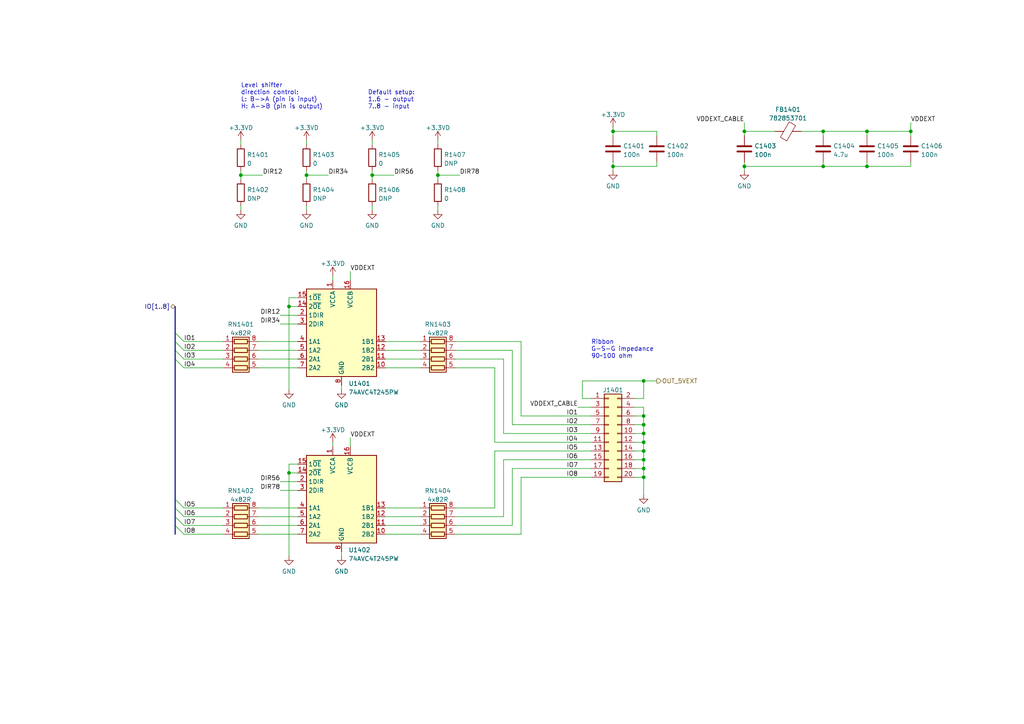
<source format=kicad_sch>
(kicad_sch (version 20211123) (generator eeschema)
  (paper "A4")
  (lib_symbols
    (symbol "Connector_Generic:Conn_02x10_Odd_Even" (pin_names (offset 1.016) hide)
      (property "Reference" "J" (at 1.27 12.7 0))
      (property "Value" "Conn_02x10_Odd_Even" (at 1.27 -15.24 0))
      (symbol "Conn_02x10_Odd_Even_1_1"
        (rectangle (start -1.27 -12.573) (end 0 -12.827) (stroke (width 0.1524)))
        (rectangle (start -1.27 -10.033) (end 0 -10.287) (stroke (width 0.1524)))
        (rectangle (start -1.27 -7.493) (end 0 -7.747) (stroke (width 0.1524)))
        (rectangle (start -1.27 -4.953) (end 0 -5.207) (stroke (width 0.1524)))
        (rectangle (start -1.27 -2.413) (end 0 -2.667) (stroke (width 0.1524)))
        (rectangle (start -1.27 0.127) (end 0 -0.127) (stroke (width 0.1524)))
        (rectangle (start -1.27 2.667) (end 0 2.413) (stroke (width 0.1524)))
        (rectangle (start -1.27 5.207) (end 0 4.953) (stroke (width 0.1524)))
        (rectangle (start -1.27 7.747) (end 0 7.493) (stroke (width 0.1524)))
        (rectangle (start -1.27 10.287) (end 0 10.033) (stroke (width 0.1524)))
        (rectangle (start -1.27 11.43) (end 3.81 -13.97) (stroke (width 0.254)) (fill (type background)))
        (rectangle (start 3.81 -12.573) (end 2.54 -12.827) (stroke (width 0.1524)))
        (rectangle (start 3.81 -10.033) (end 2.54 -10.287) (stroke (width 0.1524)))
        (rectangle (start 3.81 -7.493) (end 2.54 -7.747) (stroke (width 0.1524)))
        (rectangle (start 3.81 -4.953) (end 2.54 -5.207) (stroke (width 0.1524)))
        (rectangle (start 3.81 -2.413) (end 2.54 -2.667) (stroke (width 0.1524)))
        (rectangle (start 3.81 0.127) (end 2.54 -0.127) (stroke (width 0.1524)))
        (rectangle (start 3.81 2.667) (end 2.54 2.413) (stroke (width 0.1524)))
        (rectangle (start 3.81 5.207) (end 2.54 4.953) (stroke (width 0.1524)))
        (rectangle (start 3.81 7.747) (end 2.54 7.493) (stroke (width 0.1524)))
        (rectangle (start 3.81 10.287) (end 2.54 10.033) (stroke (width 0.1524)))
        (pin passive line (at -5.08 10.16 0) (length 3.81) (name "Pin_1") (number "1"))
        (pin passive line (at 7.62 0 180) (length 3.81) (name "Pin_10") (number "10"))
        (pin passive line (at -5.08 -2.54 0) (length 3.81) (name "Pin_11") (number "11"))
        (pin passive line (at 7.62 -2.54 180) (length 3.81) (name "Pin_12") (number "12"))
        (pin passive line (at -5.08 -5.08 0) (length 3.81) (name "Pin_13") (number "13"))
        (pin passive line (at 7.62 -5.08 180) (length 3.81) (name "Pin_14") (number "14"))
        (pin passive line (at -5.08 -7.62 0) (length 3.81) (name "Pin_15") (number "15"))
        (pin passive line (at 7.62 -7.62 180) (length 3.81) (name "Pin_16") (number "16"))
        (pin passive line (at -5.08 -10.16 0) (length 3.81) (name "Pin_17") (number "17"))
        (pin passive line (at 7.62 -10.16 180) (length 3.81) (name "Pin_18") (number "18"))
        (pin passive line (at -5.08 -12.7 0) (length 3.81) (name "Pin_19") (number "19"))
        (pin passive line (at 7.62 10.16 180) (length 3.81) (name "Pin_2") (number "2"))
        (pin passive line (at 7.62 -12.7 180) (length 3.81) (name "Pin_20") (number "20"))
        (pin passive line (at -5.08 7.62 0) (length 3.81) (name "Pin_3") (number "3"))
        (pin passive line (at 7.62 7.62 180) (length 3.81) (name "Pin_4") (number "4"))
        (pin passive line (at -5.08 5.08 0) (length 3.81) (name "Pin_5") (number "5"))
        (pin passive line (at 7.62 5.08 180) (length 3.81) (name "Pin_6") (number "6"))
        (pin passive line (at -5.08 2.54 0) (length 3.81) (name "Pin_7") (number "7"))
        (pin passive line (at 7.62 2.54 180) (length 3.81) (name "Pin_8") (number "8"))
        (pin passive line (at -5.08 0 0) (length 3.81) (name "Pin_9") (number "9"))
      )
    )
    (symbol "Device:C" (pin_numbers hide) (pin_names (offset 0.254))
      (property "Reference" "C" (at 0.635 2.54 0))
      (property "Value" "C" (at 0.635 -2.54 0))
      (symbol "C_0_1"
        (polyline (pts (xy -2.032 -0.762) (xy 2.032 -0.762)) (stroke (width 0.508)))
        (polyline (pts (xy -2.032 0.762) (xy 2.032 0.762)) (stroke (width 0.508)))
      )
      (symbol "C_1_1"
        (pin passive line (at 0 3.81 270) (length 2.794) (name "~") (number "1"))
        (pin passive line (at 0 -3.81 90) (length 2.794) (name "~") (number "2"))
      )
    )
    (symbol "Device:FerriteBead" (pin_numbers hide) (pin_names (offset 0))
      (property "Reference" "FB" (at -3.81 0.635 90))
      (property "Value" "FerriteBead" (at 3.81 0 90))
      (symbol "FerriteBead_0_1"
        (polyline (pts (xy 0 -1.27) (xy 0 -1.2192)))
        (polyline (pts (xy 0 1.27) (xy 0 1.2954)))
        (polyline (pts (xy -2.7686 0.4064) (xy -1.7018 2.2606) (xy 2.7686 -0.3048) (xy 1.6764 -2.159) (xy -2.7686 0.4064)))
      )
      (symbol "FerriteBead_1_1"
        (pin passive line (at 0 3.81 270) (length 2.54) (name "~") (number "1"))
        (pin passive line (at 0 -3.81 90) (length 2.54) (name "~") (number "2"))
      )
    )
    (symbol "Device:R" (pin_numbers hide) (pin_names (offset 0))
      (property "Reference" "R" (at 2.032 0 90))
      (property "Value" "R" (at 0 0 90))
      (symbol "R_0_1"
        (rectangle (start -1.016 -2.54) (end 1.016 2.54) (stroke (width 0.254)))
      )
      (symbol "R_1_1"
        (pin passive line (at 0 3.81 270) (length 1.27) (name "~") (number "1"))
        (pin passive line (at 0 -3.81 90) (length 1.27) (name "~") (number "2"))
      )
    )
    (symbol "Device:R_Pack04" (pin_names (offset 0) hide)
      (property "Reference" "RN" (at -7.62 0 90))
      (property "Value" "R_Pack04" (at 5.08 0 90))
      (symbol "R_Pack04_0_1"
        (rectangle (start -6.35 -2.413) (end 3.81 2.413) (stroke (width 0.254)) (fill (type background)))
        (rectangle (start -5.715 1.905) (end -4.445 -1.905) (stroke (width 0.254)))
        (rectangle (start -3.175 1.905) (end -1.905 -1.905) (stroke (width 0.254)))
        (rectangle (start -0.635 1.905) (end 0.635 -1.905) (stroke (width 0.254)))
        (polyline (pts (xy -5.08 -2.54) (xy -5.08 -1.905)))
        (polyline (pts (xy -5.08 1.905) (xy -5.08 2.54)))
        (polyline (pts (xy -2.54 -2.54) (xy -2.54 -1.905)))
        (polyline (pts (xy -2.54 1.905) (xy -2.54 2.54)))
        (polyline (pts (xy 0 -2.54) (xy 0 -1.905)))
        (polyline (pts (xy 0 1.905) (xy 0 2.54)))
        (polyline (pts (xy 2.54 -2.54) (xy 2.54 -1.905)))
        (polyline (pts (xy 2.54 1.905) (xy 2.54 2.54)))
        (rectangle (start 1.905 1.905) (end 3.175 -1.905) (stroke (width 0.254)))
      )
      (symbol "R_Pack04_1_1"
        (pin passive line (at -5.08 -5.08 90) (length 2.54) (name "R1.1") (number "1"))
        (pin passive line (at -2.54 -5.08 90) (length 2.54) (name "R2.1") (number "2"))
        (pin passive line (at 0 -5.08 90) (length 2.54) (name "R3.1") (number "3"))
        (pin passive line (at 2.54 -5.08 90) (length 2.54) (name "R4.1") (number "4"))
        (pin passive line (at 2.54 5.08 270) (length 2.54) (name "R4.2") (number "5"))
        (pin passive line (at 0 5.08 270) (length 2.54) (name "R3.2") (number "6"))
        (pin passive line (at -2.54 5.08 270) (length 2.54) (name "R2.2") (number "7"))
        (pin passive line (at -5.08 5.08 270) (length 2.54) (name "R1.2") (number "8"))
      )
    )
    (symbol "Logic_LevelTranslator:SN74AVC4T245PW"
      (property "Reference" "U" (at -8.89 13.97 0))
      (property "Value" "SN74AVC4T245PW" (at 12.7 13.97 0))
      (symbol "SN74AVC4T245PW_0_1"
        (rectangle (start -10.16 12.7) (end 10.16 -12.7) (stroke (width 0.254)) (fill (type background)))
      )
      (symbol "SN74AVC4T245PW_1_1"
        (pin power_in line (at -2.54 15.24 270) (length 2.54) (name "VCCA") (number "1"))
        (pin bidirectional line (at 12.7 -10.16 180) (length 2.54) (name "2B2") (number "10"))
        (pin bidirectional line (at 12.7 -7.62 180) (length 2.54) (name "2B1") (number "11"))
        (pin bidirectional line (at 12.7 -5.08 180) (length 2.54) (name "1B2") (number "12"))
        (pin bidirectional line (at 12.7 -2.54 180) (length 2.54) (name "1B1") (number "13"))
        (pin input line (at -12.7 7.62 0) (length 2.54) (name "2~{OE}") (number "14"))
        (pin input line (at -12.7 10.16 0) (length 2.54) (name "1~{OE}") (number "15"))
        (pin power_in line (at 2.54 15.24 270) (length 2.54) (name "VCCB") (number "16"))
        (pin input line (at -12.7 5.08 0) (length 2.54) (name "1DIR") (number "2"))
        (pin input line (at -12.7 2.54 0) (length 2.54) (name "2DIR") (number "3"))
        (pin bidirectional line (at -12.7 -2.54 0) (length 2.54) (name "1A1") (number "4"))
        (pin bidirectional line (at -12.7 -5.08 0) (length 2.54) (name "1A2") (number "5"))
        (pin bidirectional line (at -12.7 -7.62 0) (length 2.54) (name "2A1") (number "6"))
        (pin bidirectional line (at -12.7 -10.16 0) (length 2.54) (name "2A2") (number "7"))
        (pin power_in line (at 0 -15.24 90) (length 2.54) (name "GND") (number "8"))
        (pin passive line (at 0 -15.24 90) (length 2.54) hide (name "GND") (number "9"))
      )
    )
    (symbol "power:GND" (power) (pin_names (offset 0))
      (property "Value" "GND" (at 0 -3.81 0))
      (symbol "GND_0_1"
        (polyline (pts (xy 0 0) (xy 0 -1.27) (xy 1.27 -1.27) (xy 0 -2.54) (xy -1.27 -1.27) (xy 0 -1.27)))
      )
      (symbol "GND_1_1"
        (pin power_in line (at 0 0 270) (length 0) hide (name "GND") (number "1"))
      )
    )
    (symbol "symbols:+3.3VD" (power) (pin_names (offset 0))
      (property "Value" "+3.3VD" (at 0 3.556 0))
      (symbol "+3.3VD_0_1"
        (polyline (pts (xy -0.762 1.27) (xy 0 2.54)))
        (polyline (pts (xy 0 0) (xy 0 2.54)))
        (polyline (pts (xy 0 2.54) (xy 0.762 1.27)))
      )
      (symbol "+3.3VD_1_1"
        (pin power_in line (at 0 0 90) (length 0) hide (name "+3.3VD") (number "1"))
      )
    )
  )
  (junction (at 88.9 50.8))
  (junction (at 177.8 48.26))
  (junction (at 186.69 130.81))
  (junction (at 107.95 50.8))
  (junction (at 69.85 50.8))
  (junction (at 186.69 138.43))
  (junction (at 238.76 48.26))
  (junction (at 264.16 38.1))
  (junction (at 215.9 38.1))
  (junction (at 251.46 48.26))
  (junction (at 186.69 125.73))
  (junction (at 215.9 48.26))
  (junction (at 186.69 128.27))
  (junction (at 186.69 135.89))
  (junction (at 238.76 38.1))
  (junction (at 177.8 38.1))
  (junction (at 186.69 123.19))
  (junction (at 186.69 120.65))
  (junction (at 186.69 133.35))
  (junction (at 251.46 38.1))
  (junction (at 83.82 88.9))
  (junction (at 83.82 137.16))
  (junction (at 186.69 110.49))
  (junction (at 127 50.8))
  (bus_entry (at 50.8 104.14) (size 2.54 2.54))
  (bus_entry (at 50.8 147.32) (size 2.54 2.54))
  (bus_entry (at 50.8 149.86) (size 2.54 2.54))
  (bus_entry (at 50.8 99.06) (size 2.54 2.54))
  (bus_entry (at 50.8 96.52) (size 2.54 2.54))
  (bus_entry (at 50.8 101.6) (size 2.54 2.54))
  (bus_entry (at 50.8 144.78) (size 2.54 2.54))
  (bus_entry (at 50.8 152.4) (size 2.54 2.54))
  (wire (pts (xy 53.34 101.6) (xy 64.77 101.6)))
  (wire (pts (xy 238.76 38.1) (xy 238.76 39.37)))
  (wire (pts (xy 177.8 48.26) (xy 177.8 49.53)))
  (wire (pts (xy 127 40.64) (xy 127 41.91)))
  (wire (pts (xy 74.93 149.86) (xy 86.36 149.86)))
  (wire (pts (xy 86.36 86.36) (xy 83.82 86.36)))
  (wire (pts (xy 190.5 38.1) (xy 190.5 39.37)))
  (wire (pts (xy 264.16 46.99) (xy 264.16 48.26)))
  (wire (pts (xy 99.06 160.02) (xy 99.06 161.29)))
  (wire (pts (xy 69.85 50.8) (xy 69.85 52.07)))
  (wire (pts (xy 53.34 147.32) (xy 64.77 147.32)))
  (wire (pts (xy 232.41 38.1) (xy 238.76 38.1)))
  (wire (pts (xy 146.05 133.35) (xy 146.05 149.86)))
  (wire (pts (xy 168.91 110.49) (xy 186.69 110.49)))
  (wire (pts (xy 96.52 80.01) (xy 96.52 81.28)))
  (wire (pts (xy 186.69 110.49) (xy 190.5 110.49)))
  (wire (pts (xy 74.93 152.4) (xy 86.36 152.4)))
  (wire (pts (xy 177.8 38.1) (xy 177.8 39.37)))
  (wire (pts (xy 151.13 120.65) (xy 171.45 120.65)))
  (wire (pts (xy 184.15 128.27) (xy 186.69 128.27)))
  (wire (pts (xy 264.16 39.37) (xy 264.16 38.1)))
  (wire (pts (xy 171.45 118.11) (xy 167.64 118.11)))
  (wire (pts (xy 148.59 152.4) (xy 148.59 135.89)))
  (wire (pts (xy 69.85 59.69) (xy 69.85 60.96)))
  (wire (pts (xy 215.9 38.1) (xy 224.79 38.1)))
  (wire (pts (xy 53.34 106.68) (xy 64.77 106.68)))
  (wire (pts (xy 171.45 128.27) (xy 143.51 128.27)))
  (wire (pts (xy 132.08 104.14) (xy 146.05 104.14)))
  (wire (pts (xy 148.59 135.89) (xy 171.45 135.89)))
  (wire (pts (xy 127 50.8) (xy 133.35 50.8)))
  (wire (pts (xy 238.76 48.26) (xy 251.46 48.26)))
  (wire (pts (xy 264.16 35.56) (xy 264.16 38.1)))
  (wire (pts (xy 74.93 101.6) (xy 86.36 101.6)))
  (wire (pts (xy 101.6 129.54) (xy 101.6 127)))
  (wire (pts (xy 184.15 125.73) (xy 186.69 125.73)))
  (wire (pts (xy 148.59 101.6) (xy 132.08 101.6)))
  (wire (pts (xy 184.15 138.43) (xy 186.69 138.43)))
  (wire (pts (xy 127 49.53) (xy 127 50.8)))
  (wire (pts (xy 111.76 101.6) (xy 121.92 101.6)))
  (wire (pts (xy 215.9 48.26) (xy 238.76 48.26)))
  (wire (pts (xy 143.51 130.81) (xy 171.45 130.81)))
  (wire (pts (xy 83.82 134.62) (xy 83.82 137.16)))
  (wire (pts (xy 81.28 91.44) (xy 86.36 91.44)))
  (wire (pts (xy 83.82 137.16) (xy 83.82 161.29)))
  (wire (pts (xy 177.8 48.26) (xy 190.5 48.26)))
  (wire (pts (xy 151.13 138.43) (xy 151.13 154.94)))
  (wire (pts (xy 215.9 48.26) (xy 215.9 49.53)))
  (wire (pts (xy 143.51 147.32) (xy 143.51 130.81)))
  (wire (pts (xy 83.82 88.9) (xy 83.82 113.03)))
  (wire (pts (xy 171.45 123.19) (xy 148.59 123.19)))
  (wire (pts (xy 81.28 142.24) (xy 86.36 142.24)))
  (wire (pts (xy 96.52 128.27) (xy 96.52 129.54)))
  (wire (pts (xy 107.95 50.8) (xy 107.95 52.07)))
  (wire (pts (xy 53.34 104.14) (xy 64.77 104.14)))
  (wire (pts (xy 151.13 99.06) (xy 151.13 120.65)))
  (wire (pts (xy 81.28 139.7) (xy 86.36 139.7)))
  (wire (pts (xy 107.95 40.64) (xy 107.95 41.91)))
  (wire (pts (xy 215.9 38.1) (xy 215.9 39.37)))
  (wire (pts (xy 88.9 49.53) (xy 88.9 50.8)))
  (wire (pts (xy 69.85 40.64) (xy 69.85 41.91)))
  (wire (pts (xy 186.69 120.65) (xy 186.69 123.19)))
  (wire (pts (xy 186.69 130.81) (xy 186.69 133.35)))
  (bus (pts (xy 50.8 147.32) (xy 50.8 149.86)))
  (wire (pts (xy 74.93 106.68) (xy 86.36 106.68)))
  (wire (pts (xy 146.05 125.73) (xy 171.45 125.73)))
  (bus (pts (xy 50.8 149.86) (xy 50.8 152.4)))
  (wire (pts (xy 190.5 48.26) (xy 190.5 46.99)))
  (wire (pts (xy 107.95 59.69) (xy 107.95 60.96)))
  (wire (pts (xy 53.34 99.06) (xy 64.77 99.06)))
  (wire (pts (xy 177.8 36.83) (xy 177.8 38.1)))
  (wire (pts (xy 127 59.69) (xy 127 60.96)))
  (wire (pts (xy 53.34 154.94) (xy 64.77 154.94)))
  (wire (pts (xy 215.9 46.99) (xy 215.9 48.26)))
  (wire (pts (xy 74.93 154.94) (xy 86.36 154.94)))
  (wire (pts (xy 184.15 120.65) (xy 186.69 120.65)))
  (wire (pts (xy 251.46 48.26) (xy 264.16 48.26)))
  (wire (pts (xy 88.9 40.64) (xy 88.9 41.91)))
  (bus (pts (xy 50.8 88.9) (xy 50.8 96.52)))
  (wire (pts (xy 127 50.8) (xy 127 52.07)))
  (wire (pts (xy 83.82 137.16) (xy 86.36 137.16)))
  (wire (pts (xy 111.76 99.06) (xy 121.92 99.06)))
  (wire (pts (xy 186.69 115.57) (xy 184.15 115.57)))
  (wire (pts (xy 251.46 46.99) (xy 251.46 48.26)))
  (wire (pts (xy 177.8 46.99) (xy 177.8 48.26)))
  (wire (pts (xy 186.69 110.49) (xy 186.69 115.57)))
  (wire (pts (xy 107.95 49.53) (xy 107.95 50.8)))
  (wire (pts (xy 146.05 149.86) (xy 132.08 149.86)))
  (wire (pts (xy 81.28 93.98) (xy 86.36 93.98)))
  (wire (pts (xy 184.15 123.19) (xy 186.69 123.19)))
  (wire (pts (xy 107.95 50.8) (xy 114.3 50.8)))
  (bus (pts (xy 50.8 96.52) (xy 50.8 99.06)))
  (wire (pts (xy 143.51 128.27) (xy 143.51 106.68)))
  (wire (pts (xy 171.45 115.57) (xy 168.91 115.57)))
  (wire (pts (xy 184.15 133.35) (xy 186.69 133.35)))
  (wire (pts (xy 111.76 104.14) (xy 121.92 104.14)))
  (wire (pts (xy 99.06 111.76) (xy 99.06 113.03)))
  (wire (pts (xy 186.69 135.89) (xy 186.69 138.43)))
  (wire (pts (xy 132.08 152.4) (xy 148.59 152.4)))
  (wire (pts (xy 132.08 99.06) (xy 151.13 99.06)))
  (bus (pts (xy 50.8 99.06) (xy 50.8 101.6)))
  (wire (pts (xy 186.69 118.11) (xy 186.69 120.65)))
  (wire (pts (xy 101.6 78.74) (xy 101.6 81.28)))
  (wire (pts (xy 143.51 106.68) (xy 132.08 106.68)))
  (wire (pts (xy 83.82 88.9) (xy 86.36 88.9)))
  (wire (pts (xy 184.15 135.89) (xy 186.69 135.89)))
  (wire (pts (xy 74.93 147.32) (xy 86.36 147.32)))
  (wire (pts (xy 148.59 123.19) (xy 148.59 101.6)))
  (bus (pts (xy 50.8 104.14) (xy 50.8 144.78)))
  (wire (pts (xy 186.69 128.27) (xy 186.69 130.81)))
  (wire (pts (xy 184.15 130.81) (xy 186.69 130.81)))
  (wire (pts (xy 86.36 134.62) (xy 83.82 134.62)))
  (wire (pts (xy 53.34 152.4) (xy 64.77 152.4)))
  (wire (pts (xy 53.34 149.86) (xy 64.77 149.86)))
  (wire (pts (xy 111.76 149.86) (xy 121.92 149.86)))
  (wire (pts (xy 111.76 106.68) (xy 121.92 106.68)))
  (wire (pts (xy 132.08 147.32) (xy 143.51 147.32)))
  (wire (pts (xy 186.69 138.43) (xy 186.69 143.51)))
  (wire (pts (xy 146.05 104.14) (xy 146.05 125.73)))
  (bus (pts (xy 50.8 152.4) (xy 50.8 154.94)))
  (wire (pts (xy 69.85 50.8) (xy 76.2 50.8)))
  (wire (pts (xy 186.69 123.19) (xy 186.69 125.73)))
  (wire (pts (xy 251.46 38.1) (xy 251.46 39.37)))
  (wire (pts (xy 111.76 147.32) (xy 121.92 147.32)))
  (bus (pts (xy 50.8 101.6) (xy 50.8 104.14)))
  (wire (pts (xy 111.76 152.4) (xy 121.92 152.4)))
  (wire (pts (xy 238.76 46.99) (xy 238.76 48.26)))
  (wire (pts (xy 177.8 38.1) (xy 190.5 38.1)))
  (wire (pts (xy 151.13 154.94) (xy 132.08 154.94)))
  (wire (pts (xy 74.93 99.06) (xy 86.36 99.06)))
  (wire (pts (xy 83.82 86.36) (xy 83.82 88.9)))
  (wire (pts (xy 111.76 154.94) (xy 121.92 154.94)))
  (wire (pts (xy 171.45 133.35) (xy 146.05 133.35)))
  (wire (pts (xy 215.9 35.56) (xy 215.9 38.1)))
  (bus (pts (xy 50.8 144.78) (xy 50.8 147.32)))
  (wire (pts (xy 88.9 50.8) (xy 95.25 50.8)))
  (wire (pts (xy 186.69 133.35) (xy 186.69 135.89)))
  (wire (pts (xy 88.9 50.8) (xy 88.9 52.07)))
  (wire (pts (xy 171.45 138.43) (xy 151.13 138.43)))
  (wire (pts (xy 168.91 115.57) (xy 168.91 110.49)))
  (wire (pts (xy 264.16 38.1) (xy 251.46 38.1)))
  (wire (pts (xy 69.85 49.53) (xy 69.85 50.8)))
  (wire (pts (xy 238.76 38.1) (xy 251.46 38.1)))
  (wire (pts (xy 186.69 125.73) (xy 186.69 128.27)))
  (wire (pts (xy 184.15 118.11) (xy 186.69 118.11)))
  (wire (pts (xy 74.93 104.14) (xy 86.36 104.14)))
  (wire (pts (xy 88.9 59.69) (xy 88.9 60.96)))
  (text "Ribbon\nG-S-G impedance\n90~100 ohm" (at 171.45 104.14 0) (effects (font (size 1.27 1.27)) (justify left bottom)))
  (text "Default setup:\n1..6 - output\n7..8 - input" (at 106.68 31.75 0) (effects (font (size 1.27 1.27)) (justify left bottom)))
  (text "Level shifter\ndirection control:\nL: B->A (pin is input)\nH: A->B (pin is output)\n" (at 69.85 31.75 0) (effects (font (size 1.27 1.27)) (justify left bottom)))
  (label "DIR34" (at 81.28 93.98 180))
  (label "IO7" (at 167.6763 135.89 180))
  (label "VDDEXT_CABLE" (at 167.64 118.11 180))
  (label "IO3" (at 167.64 125.73 180))
  (label "IO5" (at 53.34 147.32 0))
  (label "VDDEXT" (at 264.16 35.56 0))
  (label "DIR56" (at 114.3 50.8 0))
  (label "DIR56" (at 81.28 139.7 180))
  (label "IO4" (at 167.5992 128.27 180))
  (label "IO3" (at 53.34 104.14 0))
  (label "IO8" (at 167.64 138.43 180))
  (label "VDDEXT_CABLE" (at 215.9 35.56 180))
  (label "DIR78" (at 81.28 142.24 180))
  (label "IO8" (at 53.34 154.94 0))
  (label "VDDEXT" (at 101.6 78.74 0))
  (label "IO2" (at 53.34 101.6 0))
  (label "IO4" (at 53.34 106.68 0))
  (label "IO1" (at 53.34 99.06 0))
  (label "IO5" (at 167.64 130.81 180))
  (label "IO2" (at 167.6499 123.19 180))
  (label "DIR12" (at 81.28 91.44 180))
  (label "IO6" (at 167.64 133.35 180))
  (label "DIR78" (at 133.35 50.8 0))
  (label "DIR12" (at 76.2 50.8 0))
  (label "DIR34" (at 95.25 50.8 0))
  (label "IO7" (at 53.34 152.4 0))
  (label "IO6" (at 53.34 149.86 0))
  (label "VDDEXT" (at 101.6 127 0))
  (label "IO1" (at 167.6499 120.65 180))
  (hierarchical_label "IO[1..8]" (shape bidirectional) (at 50.8 88.9 180))
  (hierarchical_label "OUT_5VEXT" (shape output) (at 190.5 110.49 0))
  (symbol (lib_id "Device:C") (at 190.5 43.18 0) (unit 1)
    (property "Reference" "C1402" (at 193.421 42.3453 0) (effects (justify left)))
    (property "Value" "100n" (at 193.421 44.8822 0) (effects (justify left)))
    (property "Footprint" "Capacitor_SMD:C_0805_2012Metric" (effects hide))
    (property "Mfr" "Samsung" (effects hide))
    (property "Mfr PN" "CL21B104KBFNNNE" (effects hide))
  )
  (symbol (lib_id "symbols:+3.3VD") (at 107.95 40.64 0) (unit 1)
    (property "Reference" "#PWR01411" (effects hide))
    (property "Value" "+3.3VD" (at 107.95 37.0642 0))
  )
  (symbol (lib_id "Connector_Generic:Conn_02x10_Odd_Even") (at 176.53 125.73 0) (unit 1)
    (property "Reference" "J1401" (at 177.8 113.1372 0))
    (property "Value" "Conn_02x10_Odd_Even" (effects hide))
    (property "Footprint" "Connector_IDC:IDC-Header_2x10_P2.54mm_Vertical" (effects hide))
    (property "Mfr" "Amphenol" (effects hide))
    (property "Mfr PN" "T821120A1S100CEU" (effects hide))
  )
  (symbol (lib_id "Device:R") (at 69.85 55.88 180) (unit 1)
    (property "Reference" "R1402" (at 71.628 55.0453 0) (effects (justify right)))
    (property "Value" "DNP" (at 71.628 57.5822 0) (effects (justify right)))
    (property "Footprint" "Resistor_SMD:R_0805_2012Metric" (effects hide))
  )
  (symbol (lib_id "power:GND") (at 107.95 60.96 0) (unit 1)
    (property "Reference" "#PWR01412" (effects hide))
    (property "Value" "GND" (at 107.95 65.4034 0))
  )
  (symbol (lib_id "power:GND") (at 186.69 143.51 0) (unit 1)
    (property "Reference" "#PWR01417" (effects hide))
    (property "Value" "GND" (at 186.69 147.9534 0))
  )
  (symbol (lib_id "power:GND") (at 99.06 161.29 0) (unit 1)
    (property "Reference" "#PWR01410" (effects hide))
    (property "Value" "GND" (at 99.06 165.7334 0))
  )
  (symbol (lib_id "Device:R") (at 127 55.88 180) (unit 1)
    (property "Reference" "R1408" (at 128.778 55.0453 0) (effects (justify right)))
    (property "Value" "0" (at 128.778 57.5822 0) (effects (justify right)))
    (property "Footprint" "Resistor_SMD:R_0805_2012Metric" (effects hide))
    (property "Mfr" "Bourns" (effects hide))
    (property "Mfr PN" "CR0805-J/-000ELF" (effects hide))
  )
  (symbol (lib_id "Device:C") (at 251.46 43.18 0) (unit 1)
    (property "Reference" "C1405" (at 254.381 42.3453 0) (effects (justify left)))
    (property "Value" "100n" (at 254.381 44.8822 0) (effects (justify left)))
    (property "Footprint" "Capacitor_SMD:C_0805_2012Metric" (effects hide))
    (property "Mfr" "Samsung" (effects hide))
    (property "Mfr PN" "CL21B104KBFNNNE" (effects hide))
  )
  (symbol (lib_id "symbols:+3.3VD") (at 96.52 128.27 0) (unit 1)
    (property "Reference" "#PWR01408" (effects hide))
    (property "Value" "+3.3VD" (at 96.52 124.6942 0))
  )
  (symbol (lib_id "symbols:+3.3VD") (at 69.85 40.64 0) (unit 1)
    (property "Reference" "#PWR01401" (effects hide))
    (property "Value" "+3.3VD" (at 69.85 37.0642 0))
  )
  (symbol (lib_id "Device:FerriteBead") (at 228.6 38.1 90) (unit 1)
    (property "Reference" "FB1401" (at 228.5492 31.7586 90))
    (property "Value" "782853701" (at 228.5492 34.2955 90))
    (property "Footprint" "Inductor_SMD:L_0805_2012Metric_Pad1.05x1.20mm_HandSolder" (effects hide))
    (property "Mfr" "Wurth" (effects hide))
    (property "Mfr PN" "782853701" (effects hide))
  )
  (symbol (lib_id "Device:R") (at 107.95 55.88 180) (unit 1)
    (property "Reference" "R1406" (at 109.728 55.0453 0) (effects (justify right)))
    (property "Value" "DNP" (at 109.728 57.5822 0) (effects (justify right)))
    (property "Footprint" "Resistor_SMD:R_0805_2012Metric" (effects hide))
  )
  (symbol (lib_id "Device:R_Pack04") (at 127 104.14 270) (unit 1)
    (property "Reference" "RN1403" (at 127 94.0902 90))
    (property "Value" "4x82R" (at 127 96.6271 90))
    (property "Footprint" "Resistor_SMD:R_Array_Convex_4x0603" (effects hide))
    (property "Mfr" "Bourns" (effects hide))
    (property "Mfr PN" "CAY16-820J4LF" (effects hide))
  )
  (symbol (lib_id "Device:R_Pack04") (at 127 152.4 270) (unit 1)
    (property "Reference" "RN1404" (at 127 142.3502 90))
    (property "Value" "4x82R" (at 127 144.8871 90))
    (property "Footprint" "Resistor_SMD:R_Array_Convex_4x0603" (effects hide))
    (property "Mfr" "Bourns" (effects hide))
    (property "Mfr PN" "CAY16-820J4LF" (effects hide))
  )
  (symbol (lib_id "Device:R") (at 88.9 55.88 180) (unit 1)
    (property "Reference" "R1404" (at 90.678 55.0453 0) (effects (justify right)))
    (property "Value" "DNP" (at 90.678 57.5822 0) (effects (justify right)))
    (property "Footprint" "Resistor_SMD:R_0805_2012Metric" (effects hide))
  )
  (symbol (lib_id "Device:R") (at 69.85 45.72 180) (unit 1)
    (property "Reference" "R1401" (at 71.628 44.8853 0) (effects (justify right)))
    (property "Value" "0" (at 71.628 47.4222 0) (effects (justify right)))
    (property "Footprint" "Resistor_SMD:R_0805_2012Metric" (effects hide))
    (property "Mfr" "Bourns" (effects hide))
    (property "Mfr PN" "CR0805-J/-000ELF" (effects hide))
  )
  (symbol (lib_id "power:GND") (at 69.85 60.96 0) (unit 1)
    (property "Reference" "#PWR01402" (effects hide))
    (property "Value" "GND" (at 69.85 65.4034 0))
  )
  (symbol (lib_id "power:GND") (at 99.06 113.03 0) (unit 1)
    (property "Reference" "#PWR01409" (effects hide))
    (property "Value" "GND" (at 99.06 117.4734 0))
  )
  (symbol (lib_id "Device:R_Pack04") (at 69.85 152.4 270) (unit 1)
    (property "Reference" "RN1402" (at 69.85 142.3502 90))
    (property "Value" "4x82R" (at 69.85 144.8871 90))
    (property "Footprint" "Resistor_SMD:R_Array_Convex_4x0603" (effects hide))
    (property "Mfr" "Bourns" (effects hide))
    (property "Mfr PN" "CAY16-820J4LF" (effects hide))
  )
  (symbol (lib_id "power:GND") (at 127 60.96 0) (unit 1)
    (property "Reference" "#PWR01414" (effects hide))
    (property "Value" "GND" (at 127 65.4034 0))
  )
  (symbol (lib_id "symbols:+3.3VD") (at 88.9 40.64 0) (unit 1)
    (property "Reference" "#PWR01405" (effects hide))
    (property "Value" "+3.3VD" (at 88.9 37.0642 0))
  )
  (symbol (lib_id "power:GND") (at 88.9 60.96 0) (unit 1)
    (property "Reference" "#PWR01406" (effects hide))
    (property "Value" "GND" (at 88.9 65.4034 0))
  )
  (symbol (lib_id "symbols:+3.3VD") (at 177.8 36.83 0) (unit 1)
    (property "Reference" "#PWR01415" (effects hide))
    (property "Value" "+3.3VD" (at 177.8 33.2542 0))
  )
  (symbol (lib_id "Logic_LevelTranslator:SN74AVC4T245PW") (at 99.06 144.78 0) (unit 1)
    (property "Reference" "U1402" (at 101.0794 159.5104 0) (effects (justify left)))
    (property "Value" "74AVC4T245PW" (at 101.0794 162.0473 0) (effects (justify left)))
    (property "Footprint" "Package_SO:TSSOP-16_4.4x5mm_P0.65mm" (effects hide))
    (property "Datasheet" "https://www.ti.com/lit/ds/symlink/sn74avc4t245.pdf" (effects hide))
    (property "Mfr" "Nexperia" (effects hide))
    (property "Mfr PN" "74AVC4T245PW-Q100J" (effects hide))
  )
  (symbol (lib_id "power:GND") (at 177.8 49.53 0) (unit 1)
    (property "Reference" "#PWR01416" (effects hide))
    (property "Value" "GND" (at 177.8 53.9734 0))
  )
  (symbol (lib_id "power:GND") (at 215.9 49.53 0) (unit 1)
    (property "Reference" "#PWR01418" (effects hide))
    (property "Value" "GND" (at 215.9 53.9734 0))
  )
  (symbol (lib_id "Device:R_Pack04") (at 69.85 104.14 270) (unit 1)
    (property "Reference" "RN1401" (at 69.85 94.0902 90))
    (property "Value" "4x82R" (at 69.85 96.6271 90))
    (property "Footprint" "Resistor_SMD:R_Array_Convex_4x0603" (effects hide))
    (property "Mfr" "Bourns" (effects hide))
    (property "Mfr PN" "CAY16-820J4LF" (effects hide))
  )
  (symbol (lib_id "Device:R") (at 88.9 45.72 180) (unit 1)
    (property "Reference" "R1403" (at 90.678 44.8853 0) (effects (justify right)))
    (property "Value" "0" (at 90.678 47.4222 0) (effects (justify right)))
    (property "Footprint" "Resistor_SMD:R_0805_2012Metric" (effects hide))
    (property "Mfr" "Bourns" (effects hide))
    (property "Mfr PN" "CR0805-J/-000ELF" (effects hide))
  )
  (symbol (lib_id "Device:C") (at 264.16 43.18 0) (unit 1)
    (property "Reference" "C1406" (at 267.081 42.3453 0) (effects (justify left)))
    (property "Value" "100n" (at 267.081 44.8822 0) (effects (justify left)))
    (property "Footprint" "Capacitor_SMD:C_0805_2012Metric" (effects hide))
    (property "Mfr" "Samsung" (effects hide))
    (property "Mfr PN" "CL21B104KBFNNNE" (effects hide))
  )
  (symbol (lib_id "Device:R") (at 107.95 45.72 180) (unit 1)
    (property "Reference" "R1405" (at 109.728 44.8853 0) (effects (justify right)))
    (property "Value" "0" (at 109.728 47.4222 0) (effects (justify right)))
    (property "Footprint" "Resistor_SMD:R_0805_2012Metric" (effects hide))
    (property "Mfr" "Bourns" (effects hide))
    (property "Mfr PN" "CR0805-J/-000ELF" (effects hide))
  )
  (symbol (lib_id "Device:C") (at 177.8 43.18 0) (unit 1)
    (property "Reference" "C1401" (at 180.721 42.3453 0) (effects (justify left)))
    (property "Value" "100n" (at 180.721 44.8822 0) (effects (justify left)))
    (property "Footprint" "Capacitor_SMD:C_0805_2012Metric" (effects hide))
    (property "Mfr" "Samsung" (effects hide))
    (property "Mfr PN" "CL21B104KBFNNNE" (effects hide))
  )
  (symbol (lib_id "Device:R") (at 127 45.72 180) (unit 1)
    (property "Reference" "R1407" (at 128.778 44.8853 0) (effects (justify right)))
    (property "Value" "DNP" (at 128.778 47.4222 0) (effects (justify right)))
    (property "Footprint" "Resistor_SMD:R_0805_2012Metric" (effects hide))
  )
  (symbol (lib_id "power:GND") (at 83.82 161.29 0) (unit 1)
    (property "Reference" "#PWR01404" (effects hide))
    (property "Value" "GND" (at 83.82 165.7334 0))
  )
  (symbol (lib_id "Logic_LevelTranslator:SN74AVC4T245PW") (at 99.06 96.52 0) (unit 1)
    (property "Reference" "U1401" (at 101.0794 111.2504 0) (effects (justify left)))
    (property "Value" "74AVC4T245PW" (at 101.0794 113.7873 0) (effects (justify left)))
    (property "Footprint" "Package_SO:TSSOP-16_4.4x5mm_P0.65mm" (effects hide))
    (property "Datasheet" "https://www.ti.com/lit/ds/symlink/sn74avc4t245.pdf" (effects hide))
    (property "Mfr" "Nexperia" (effects hide))
    (property "Mfr PN" "74AVC4T245PW-Q100J" (effects hide))
  )
  (symbol (lib_id "power:GND") (at 83.82 113.03 0) (unit 1)
    (property "Reference" "#PWR01403" (effects hide))
    (property "Value" "GND" (at 83.82 117.4734 0))
  )
  (symbol (lib_id "Device:C") (at 215.9 43.18 0) (unit 1)
    (property "Reference" "C1403" (at 218.821 42.3453 0) (effects (justify left)))
    (property "Value" "100n" (at 218.821 44.8822 0) (effects (justify left)))
    (property "Footprint" "Capacitor_SMD:C_0805_2012Metric" (effects hide))
    (property "Mfr" "Samsung" (effects hide))
    (property "Mfr PN" "CL21B104KBFNNNE" (effects hide))
  )
  (symbol (lib_id "symbols:+3.3VD") (at 127 40.64 0) (unit 1)
    (property "Reference" "#PWR01413" (effects hide))
    (property "Value" "+3.3VD" (at 127 37.0642 0))
  )
  (symbol (lib_id "symbols:+3.3VD") (at 96.52 80.01 0) (unit 1)
    (property "Reference" "#PWR01407" (effects hide))
    (property "Value" "+3.3VD" (at 96.52 76.4342 0))
  )
  (symbol (lib_id "Device:C") (at 238.76 43.18 0) (unit 1)
    (property "Reference" "C1404" (at 241.681 42.3453 0) (effects (justify left)))
    (property "Value" "4.7u" (at 241.681 44.8822 0) (effects (justify left)))
    (property "Footprint" "Capacitor_SMD:C_0805_2012Metric" (effects hide))
    (property "Mfr" "Murata" (effects hide))
    (property "Mfr PN" "GRM21BR71C475ME51" (effects hide))
  )
)
</source>
